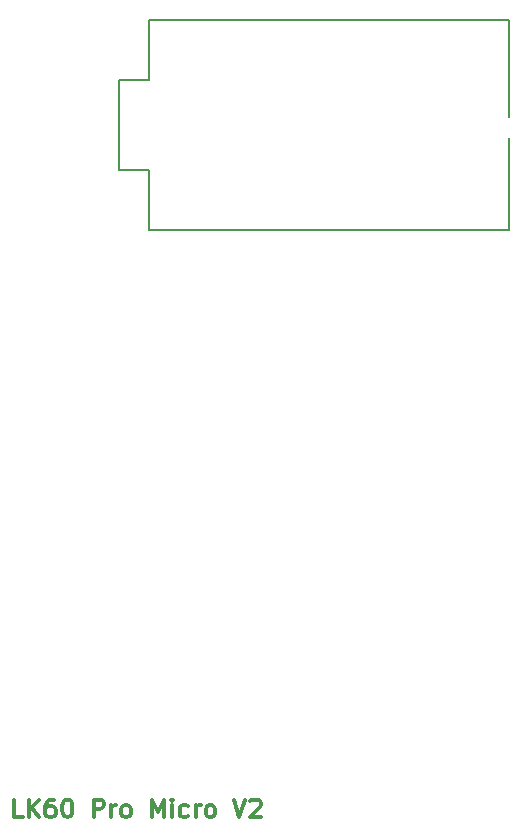
<source format=gto>
G04 #@! TF.GenerationSoftware,KiCad,Pcbnew,(5.1.6)-1*
G04 #@! TF.CreationDate,2021-05-30T03:28:52+07:00*
G04 #@! TF.ProjectId,LK60 v2,4c4b3630-2076-4322-9e6b-696361645f70,rev?*
G04 #@! TF.SameCoordinates,Original*
G04 #@! TF.FileFunction,Legend,Top*
G04 #@! TF.FilePolarity,Positive*
%FSLAX46Y46*%
G04 Gerber Fmt 4.6, Leading zero omitted, Abs format (unit mm)*
G04 Created by KiCad (PCBNEW (5.1.6)-1) date 2021-05-30 03:28:52*
%MOMM*%
%LPD*%
G01*
G04 APERTURE LIST*
%ADD10C,0.300000*%
%ADD11C,0.150000*%
%ADD12O,7.100000X4.100000*%
%ADD13O,1.100000X1.100000*%
%ADD14R,1.100000X1.100000*%
%ADD15C,1.000000*%
%ADD16C,1.700000*%
%ADD17R,1.700000X1.700000*%
%ADD18C,4.087800*%
%ADD19C,1.850000*%
%ADD20C,3.148000*%
%ADD21O,1.700000X1.700000*%
G04 APERTURE END LIST*
D10*
X157453428Y15069428D02*
X156739142Y15069428D01*
X156739142Y16569428D01*
X157953428Y15069428D02*
X157953428Y16569428D01*
X158810571Y15069428D02*
X158167714Y15926571D01*
X158810571Y16569428D02*
X157953428Y15712285D01*
X160096285Y16569428D02*
X159810571Y16569428D01*
X159667714Y16498000D01*
X159596285Y16426571D01*
X159453428Y16212285D01*
X159382000Y15926571D01*
X159382000Y15355142D01*
X159453428Y15212285D01*
X159524857Y15140857D01*
X159667714Y15069428D01*
X159953428Y15069428D01*
X160096285Y15140857D01*
X160167714Y15212285D01*
X160239142Y15355142D01*
X160239142Y15712285D01*
X160167714Y15855142D01*
X160096285Y15926571D01*
X159953428Y15998000D01*
X159667714Y15998000D01*
X159524857Y15926571D01*
X159453428Y15855142D01*
X159382000Y15712285D01*
X161167714Y16569428D02*
X161310571Y16569428D01*
X161453428Y16498000D01*
X161524857Y16426571D01*
X161596285Y16283714D01*
X161667714Y15998000D01*
X161667714Y15640857D01*
X161596285Y15355142D01*
X161524857Y15212285D01*
X161453428Y15140857D01*
X161310571Y15069428D01*
X161167714Y15069428D01*
X161024857Y15140857D01*
X160953428Y15212285D01*
X160882000Y15355142D01*
X160810571Y15640857D01*
X160810571Y15998000D01*
X160882000Y16283714D01*
X160953428Y16426571D01*
X161024857Y16498000D01*
X161167714Y16569428D01*
X163453428Y15069428D02*
X163453428Y16569428D01*
X164024857Y16569428D01*
X164167714Y16498000D01*
X164239142Y16426571D01*
X164310571Y16283714D01*
X164310571Y16069428D01*
X164239142Y15926571D01*
X164167714Y15855142D01*
X164024857Y15783714D01*
X163453428Y15783714D01*
X164953428Y15069428D02*
X164953428Y16069428D01*
X164953428Y15783714D02*
X165024857Y15926571D01*
X165096285Y15998000D01*
X165239142Y16069428D01*
X165382000Y16069428D01*
X166096285Y15069428D02*
X165953428Y15140857D01*
X165882000Y15212285D01*
X165810571Y15355142D01*
X165810571Y15783714D01*
X165882000Y15926571D01*
X165953428Y15998000D01*
X166096285Y16069428D01*
X166310571Y16069428D01*
X166453428Y15998000D01*
X166524857Y15926571D01*
X166596285Y15783714D01*
X166596285Y15355142D01*
X166524857Y15212285D01*
X166453428Y15140857D01*
X166310571Y15069428D01*
X166096285Y15069428D01*
X168382000Y15069428D02*
X168382000Y16569428D01*
X168882000Y15498000D01*
X169382000Y16569428D01*
X169382000Y15069428D01*
X170096285Y15069428D02*
X170096285Y16069428D01*
X170096285Y16569428D02*
X170024857Y16498000D01*
X170096285Y16426571D01*
X170167714Y16498000D01*
X170096285Y16569428D01*
X170096285Y16426571D01*
X171453428Y15140857D02*
X171310571Y15069428D01*
X171024857Y15069428D01*
X170882000Y15140857D01*
X170810571Y15212285D01*
X170739142Y15355142D01*
X170739142Y15783714D01*
X170810571Y15926571D01*
X170882000Y15998000D01*
X171024857Y16069428D01*
X171310571Y16069428D01*
X171453428Y15998000D01*
X172096285Y15069428D02*
X172096285Y16069428D01*
X172096285Y15783714D02*
X172167714Y15926571D01*
X172239142Y15998000D01*
X172382000Y16069428D01*
X172524857Y16069428D01*
X173239142Y15069428D02*
X173096285Y15140857D01*
X173024857Y15212285D01*
X172953428Y15355142D01*
X172953428Y15783714D01*
X173024857Y15926571D01*
X173096285Y15998000D01*
X173239142Y16069428D01*
X173453428Y16069428D01*
X173596285Y15998000D01*
X173667714Y15926571D01*
X173739142Y15783714D01*
X173739142Y15355142D01*
X173667714Y15212285D01*
X173596285Y15140857D01*
X173453428Y15069428D01*
X173239142Y15069428D01*
X175310571Y16569428D02*
X175810571Y15069428D01*
X176310571Y16569428D01*
X176739142Y16426571D02*
X176810571Y16498000D01*
X176953428Y16569428D01*
X177310571Y16569428D01*
X177453428Y16498000D01*
X177524857Y16426571D01*
X177596285Y16283714D01*
X177596285Y16140857D01*
X177524857Y15926571D01*
X176667714Y15069428D01*
X177596285Y15069428D01*
D11*
G04 #@! TO.C,U1*
X198628000Y64770000D02*
X198628000Y82550000D01*
X198628000Y82550000D02*
X168148000Y82550000D01*
X168148000Y82550000D02*
X168148000Y77470000D01*
X168148000Y77470000D02*
X165608000Y77470000D01*
X165608000Y77470000D02*
X165608000Y69850000D01*
X165608000Y69850000D02*
X168148000Y69850000D01*
X168148000Y69850000D02*
X168148000Y64770000D01*
X168148000Y64770000D02*
X198628000Y64770000D01*
G04 #@! TD*
%LPC*%
D12*
G04 #@! TO.C,REF\u002A\u002A*
X284480000Y45212000D03*
G04 #@! TD*
G04 #@! TO.C,REF\u002A\u002A*
X6096000Y45212000D03*
G04 #@! TD*
D13*
G04 #@! TO.C,Pin_header1*
X31496000Y72136000D03*
X30226000Y72136000D03*
X28956000Y72136000D03*
X27686000Y72136000D03*
D14*
X26416000Y72136000D03*
G04 #@! TD*
D15*
G04 #@! TO.C,J1*
X24044000Y97536000D03*
X19644000Y97536000D03*
G04 #@! TD*
D16*
G04 #@! TO.C,U1*
X169418000Y66040000D03*
X171958000Y66040000D03*
X174498000Y66040000D03*
X177038000Y66040000D03*
X179578000Y66040000D03*
X182118000Y66040000D03*
X184658000Y66040000D03*
X187198000Y66040000D03*
X189738000Y66040000D03*
X192278000Y66040000D03*
X194818000Y66040000D03*
X197358000Y66040000D03*
X197358000Y81280000D03*
X194818000Y81280000D03*
X192278000Y81280000D03*
X189738000Y81280000D03*
X187198000Y81280000D03*
X184658000Y81280000D03*
X182118000Y81280000D03*
X179578000Y81280000D03*
X177038000Y81280000D03*
X174498000Y81280000D03*
X171958000Y81280000D03*
D17*
X169418000Y81280000D03*
G04 #@! TD*
D18*
G04 #@! TO.C,KeyMod2*
X252859000Y16256000D03*
D19*
X247779000Y16256000D03*
X257939000Y16256000D03*
G04 #@! TD*
D18*
G04 #@! TO.C,KeyMod1*
X279051000Y35307000D03*
D19*
X273971000Y35307000D03*
X284131000Y35307000D03*
G04 #@! TD*
D18*
G04 #@! TO.C,KeyZ1*
X55212000Y35307000D03*
D19*
X50132000Y35307000D03*
X60292000Y35307000D03*
G04 #@! TD*
D18*
G04 #@! TO.C,KeyY1*
X136175000Y73408000D03*
D19*
X131095000Y73408000D03*
X141255000Y73408000D03*
G04 #@! TD*
D18*
G04 #@! TO.C,KeyX1*
X74262000Y35307000D03*
D19*
X69182000Y35307000D03*
X79342000Y35307000D03*
G04 #@! TD*
D18*
G04 #@! TO.C,KeyWin1U1*
X40924000Y16256000D03*
D19*
X35844000Y16256000D03*
X46004000Y16256000D03*
G04 #@! TD*
D18*
G04 #@! TO.C,KeyWin1*
X38546000Y16256000D03*
D19*
X33466000Y16256000D03*
X43626000Y16256000D03*
G04 #@! TD*
D18*
G04 #@! TO.C,KeyWave1*
X260000000Y92456000D03*
D19*
X254920000Y92456000D03*
X265080000Y92456000D03*
G04 #@! TD*
D18*
G04 #@! TO.C,KeyW1*
X59975000Y73408000D03*
D19*
X54895000Y73408000D03*
X65055000Y73408000D03*
G04 #@! TD*
D18*
G04 #@! TO.C,KeyV1*
X112362000Y35307000D03*
D19*
X107282000Y35307000D03*
X117442000Y35307000D03*
G04 #@! TD*
D18*
G04 #@! TO.C,KeyU1*
X155225000Y73408000D03*
D19*
X150145000Y73408000D03*
X160305000Y73408000D03*
G04 #@! TD*
D18*
G04 #@! TO.C,KeyTitikdua1*
X217128000Y54356000D03*
D19*
X212048000Y54356000D03*
X222208000Y54356000D03*
G04 #@! TD*
D18*
G04 #@! TO.C,KeyTitik1*
X207613000Y35307000D03*
D19*
X202533000Y35307000D03*
X212693000Y35307000D03*
G04 #@! TD*
D18*
G04 #@! TO.C,KeyTanya1*
X226663000Y35307000D03*
D19*
X221583000Y35307000D03*
X231743000Y35307000D03*
G04 #@! TD*
D18*
G04 #@! TO.C,KeyTab1*
X17112000Y73408000D03*
D19*
X12032000Y73408000D03*
X22192000Y73408000D03*
G04 #@! TD*
D18*
G04 #@! TO.C,KeyT1*
X117125000Y73408000D03*
D19*
X112045000Y73408000D03*
X122205000Y73408000D03*
G04 #@! TD*
D18*
G04 #@! TO.C,KeySpace7U1*
X145700000Y16256000D03*
D19*
X140620000Y16256000D03*
X150780000Y16256000D03*
D20*
X88550000Y9271000D03*
X202850000Y9271000D03*
D18*
X88550000Y24511000D03*
X202850000Y24511000D03*
G04 #@! TD*
G04 #@! TO.C,KeySpace6.25*
X133796000Y16256000D03*
D19*
X128716000Y16256000D03*
X138876000Y16256000D03*
D20*
X83796100Y9271000D03*
X183795900Y9271000D03*
D18*
X83796100Y24511000D03*
X183795900Y24511000D03*
G04 #@! TD*
G04 #@! TO.C,KeyS1*
X64696000Y54356000D03*
D19*
X59616000Y54356000D03*
X69776000Y54356000D03*
G04 #@! TD*
D18*
G04 #@! TO.C,KeyRShift2.75U1*
X262382000Y35307000D03*
D19*
X257302000Y35307000D03*
X267462000Y35307000D03*
D20*
X250475750Y42292000D03*
X274288250Y42292000D03*
D18*
X250475750Y27052000D03*
X274288250Y27052000D03*
G04 #@! TD*
G04 #@! TO.C,KeyRShift1*
X252857000Y35307000D03*
D19*
X247777000Y35307000D03*
X257937000Y35307000D03*
G04 #@! TD*
D18*
G04 #@! TO.C,KeyRCtrl1.5U1*
X274290000Y16256000D03*
D19*
X269210000Y16256000D03*
X279370000Y16256000D03*
G04 #@! TD*
D18*
G04 #@! TO.C,KeyRCtrl1*
X276671000Y16256000D03*
D19*
X271591000Y16256000D03*
X281751000Y16256000D03*
G04 #@! TD*
D18*
G04 #@! TO.C,KeyRAlt1.5U1*
X226661000Y16256000D03*
D19*
X221581000Y16256000D03*
X231741000Y16256000D03*
G04 #@! TD*
D18*
G04 #@! TO.C,KeyRAlt1*
X205232000Y16256000D03*
D19*
X200152000Y16256000D03*
X210312000Y16256000D03*
G04 #@! TD*
D18*
G04 #@! TO.C,KeyR]1*
X250480000Y73408000D03*
D19*
X245400000Y73408000D03*
X255560000Y73408000D03*
G04 #@! TD*
D18*
G04 #@! TO.C,KeyR1*
X98075000Y73408000D03*
D19*
X92995000Y73408000D03*
X103155000Y73408000D03*
G04 #@! TD*
D18*
G04 #@! TO.C,KeyQ1*
X40925000Y73408000D03*
D19*
X35845000Y73408000D03*
X46005000Y73408000D03*
G04 #@! TD*
D18*
G04 #@! TO.C,KeyPlus1*
X240950000Y92456000D03*
D19*
X235870000Y92456000D03*
X246030000Y92456000D03*
G04 #@! TD*
D18*
G04 #@! TO.C,KeyPetik1*
X236182000Y54356000D03*
D19*
X231102000Y54356000D03*
X241262000Y54356000D03*
G04 #@! TD*
D18*
G04 #@! TO.C,KeyP1*
X212379000Y73408000D03*
D19*
X207299000Y73408000D03*
X217459000Y73408000D03*
G04 #@! TD*
D18*
G04 #@! TO.C,KeyO1*
X193329000Y73408000D03*
D19*
X188249000Y73408000D03*
X198409000Y73408000D03*
G04 #@! TD*
D18*
G04 #@! TO.C,KeyNo9*
X183800000Y92456000D03*
D19*
X178720000Y92456000D03*
X188880000Y92456000D03*
G04 #@! TD*
D18*
G04 #@! TO.C,KeyNo8*
X164750000Y92456000D03*
D19*
X159670000Y92456000D03*
X169830000Y92456000D03*
G04 #@! TD*
D18*
G04 #@! TO.C,KeyNo7*
X145700000Y92456000D03*
D19*
X140620000Y92456000D03*
X150780000Y92456000D03*
G04 #@! TD*
D18*
G04 #@! TO.C,KeyNo6*
X126650000Y92456000D03*
D19*
X121570000Y92456000D03*
X131730000Y92456000D03*
G04 #@! TD*
D18*
G04 #@! TO.C,KeyNo5*
X107600000Y92456000D03*
D19*
X102520000Y92456000D03*
X112680000Y92456000D03*
G04 #@! TD*
D18*
G04 #@! TO.C,KeyNo4*
X88550000Y92456000D03*
D19*
X83470000Y92456000D03*
X93630000Y92456000D03*
G04 #@! TD*
D18*
G04 #@! TO.C,KeyNo3*
X69500000Y92456000D03*
D19*
X64420000Y92456000D03*
X74580000Y92456000D03*
G04 #@! TD*
D18*
G04 #@! TO.C,KeyNo2*
X50450000Y92456000D03*
D19*
X45370000Y92456000D03*
X55530000Y92456000D03*
G04 #@! TD*
D18*
G04 #@! TO.C,KeyNo1*
X31400000Y92456000D03*
D19*
X36480000Y92456000D03*
X26320000Y92456000D03*
G04 #@! TD*
D18*
G04 #@! TO.C,KeyNo0*
X202850000Y92456000D03*
D19*
X197770000Y92456000D03*
X207930000Y92456000D03*
G04 #@! TD*
D18*
G04 #@! TO.C,KeyN1*
X150463000Y35307000D03*
D19*
X145383000Y35307000D03*
X155543000Y35307000D03*
G04 #@! TD*
D18*
G04 #@! TO.C,KeyMinus1*
X221900000Y92456000D03*
D19*
X216820000Y92456000D03*
X226980000Y92456000D03*
G04 #@! TD*
D18*
G04 #@! TO.C,KeyMenu1U1*
X250476000Y16256000D03*
D19*
X245396000Y16256000D03*
X255556000Y16256000D03*
G04 #@! TD*
D18*
G04 #@! TO.C,KeyMenu1*
X229046000Y16256000D03*
D19*
X223966000Y16256000D03*
X234126000Y16256000D03*
G04 #@! TD*
D18*
G04 #@! TO.C,KeyM1*
X169513000Y35307000D03*
D19*
X164433000Y35307000D03*
X174593000Y35307000D03*
G04 #@! TD*
D18*
G04 #@! TO.C,KeyLShift1*
X24256000Y35307000D03*
D19*
X19176000Y35307000D03*
X29336000Y35307000D03*
D20*
X12349750Y42292000D03*
X36162250Y42292000D03*
D18*
X12349750Y27052000D03*
X36162250Y27052000D03*
G04 #@! TD*
G04 #@! TO.C,KeyLCtrl1.5U1*
X17112500Y16256000D03*
D19*
X12032500Y16256000D03*
X22192500Y16256000D03*
G04 #@! TD*
D18*
G04 #@! TO.C,KeyLCtrl1*
X14732000Y16256000D03*
D19*
X9652000Y16256000D03*
X19812000Y16256000D03*
G04 #@! TD*
D18*
G04 #@! TO.C,KeyLAlt1U1*
X64739000Y16256000D03*
D19*
X59659000Y16256000D03*
X69819000Y16256000D03*
G04 #@! TD*
D18*
G04 #@! TO.C,KeyLAlt1*
X62356000Y16256000D03*
D19*
X57276000Y16256000D03*
X67436000Y16256000D03*
G04 #@! TD*
D18*
G04 #@! TO.C,KeyL[1*
X231430000Y73408000D03*
D19*
X226350000Y73408000D03*
X236510000Y73408000D03*
G04 #@! TD*
D18*
G04 #@! TO.C,KeyL1*
X198074000Y54356000D03*
D19*
X192994000Y54356000D03*
X203154000Y54356000D03*
G04 #@! TD*
D18*
G04 #@! TO.C,KeyKoma1*
X188563000Y35307000D03*
D19*
X183483000Y35307000D03*
X193643000Y35307000D03*
G04 #@! TD*
D18*
G04 #@! TO.C,KeyK1*
X179020000Y54356000D03*
D19*
X173940000Y54356000D03*
X184100000Y54356000D03*
G04 #@! TD*
D18*
G04 #@! TO.C,KeyJ1*
X159966000Y54356000D03*
D19*
X154886000Y54356000D03*
X165046000Y54356000D03*
G04 #@! TD*
D18*
G04 #@! TO.C,KeyI1*
X174279000Y73408000D03*
D19*
X169199000Y73408000D03*
X179359000Y73408000D03*
G04 #@! TD*
D18*
G04 #@! TO.C,KeyH1*
X140912000Y54356000D03*
D19*
X135832000Y54356000D03*
X145992000Y54356000D03*
G04 #@! TD*
D18*
G04 #@! TO.C,KeyG1*
X121858000Y54356000D03*
D19*
X116778000Y54356000D03*
X126938000Y54356000D03*
G04 #@! TD*
D18*
G04 #@! TO.C,KeyF1*
X102804000Y54356000D03*
D19*
X97724000Y54356000D03*
X107884000Y54356000D03*
G04 #@! TD*
D18*
G04 #@! TO.C,KeyEsc1*
X12350000Y92456000D03*
D19*
X17430000Y92456000D03*
X7270000Y92456000D03*
G04 #@! TD*
D18*
G04 #@! TO.C,KeyEnter1*
X267139000Y54356000D03*
D19*
X262059000Y54356000D03*
X272219000Y54356000D03*
D20*
X255232750Y47371000D03*
X279045250Y47371000D03*
D18*
X255232750Y62611000D03*
X279045250Y62611000D03*
G04 #@! TD*
G04 #@! TO.C,KeyE1*
X79025000Y73408000D03*
D19*
X73945000Y73408000D03*
X84105000Y73408000D03*
G04 #@! TD*
D18*
G04 #@! TO.C,KeyDBackslas1*
X274293000Y73408000D03*
D19*
X269213000Y73408000D03*
X279373000Y73408000D03*
G04 #@! TD*
D18*
G04 #@! TO.C,KeyD1*
X83750000Y54356000D03*
D19*
X78670000Y54356000D03*
X88830000Y54356000D03*
G04 #@! TD*
D18*
G04 #@! TO.C,KeyCaps1*
X19493750Y54356000D03*
D19*
X14413750Y54356000D03*
X24573750Y54356000D03*
G04 #@! TD*
D18*
G04 #@! TO.C,KeyC1*
X93312000Y35307000D03*
D19*
X88232000Y35307000D03*
X98392000Y35307000D03*
G04 #@! TD*
D18*
G04 #@! TO.C,KeyBS1*
X269524000Y92456000D03*
D19*
X264444000Y92456000D03*
X274604000Y92456000D03*
D20*
X257617750Y99441000D03*
X281430250Y99441000D03*
D18*
X257617750Y84201000D03*
X281430250Y84201000D03*
G04 #@! TD*
G04 #@! TO.C,KeyBackSlash1*
X279050000Y92456000D03*
D19*
X273970000Y92456000D03*
X284130000Y92456000D03*
G04 #@! TD*
D18*
G04 #@! TO.C,KeyB1*
X131412000Y35307000D03*
D19*
X126332000Y35307000D03*
X136492000Y35307000D03*
G04 #@! TD*
D18*
G04 #@! TO.C,KeyA1*
X45645000Y54356000D03*
D19*
X40565000Y54356000D03*
X50725000Y54356000D03*
G04 #@! TD*
D21*
G04 #@! TO.C,D63*
X265684000Y21336000D03*
D17*
X265684000Y13716000D03*
G04 #@! TD*
D21*
G04 #@! TO.C,D62*
X261620000Y21336000D03*
D17*
X261620000Y13716000D03*
G04 #@! TD*
D21*
G04 #@! TO.C,D61*
X237744000Y21336000D03*
D17*
X237744000Y13716000D03*
G04 #@! TD*
D21*
G04 #@! TO.C,D60*
X213868000Y21336000D03*
D17*
X213868000Y13716000D03*
G04 #@! TD*
D21*
G04 #@! TO.C,D59*
X124460000Y11684000D03*
D17*
X124460000Y19304000D03*
G04 #@! TD*
D21*
G04 #@! TO.C,D58*
X73152000Y21336000D03*
D17*
X73152000Y13716000D03*
G04 #@! TD*
D21*
G04 #@! TO.C,D57*
X49276000Y21336000D03*
D17*
X49276000Y13716000D03*
G04 #@! TD*
D21*
G04 #@! TO.C,D56*
X25400000Y21336000D03*
D17*
X25400000Y13716000D03*
G04 #@! TD*
D21*
G04 #@! TO.C,D55*
X270764000Y40132000D03*
D17*
X270764000Y32512000D03*
G04 #@! TD*
D21*
G04 #@! TO.C,D54*
X243840000Y40640000D03*
D17*
X243840000Y33020000D03*
G04 #@! TD*
D21*
G04 #@! TO.C,D53*
X235204000Y40640000D03*
D17*
X235204000Y33020000D03*
G04 #@! TD*
D21*
G04 #@! TO.C,D52*
X215900000Y40640000D03*
D17*
X215900000Y33020000D03*
G04 #@! TD*
D21*
G04 #@! TO.C,D51*
X197104000Y40132000D03*
D17*
X197104000Y32512000D03*
G04 #@! TD*
D21*
G04 #@! TO.C,D50*
X177800000Y40640000D03*
D17*
X177800000Y33020000D03*
G04 #@! TD*
D21*
G04 #@! TO.C,D49*
X159004000Y40640000D03*
D17*
X159004000Y33020000D03*
G04 #@! TD*
D21*
G04 #@! TO.C,D48*
X139700000Y40640000D03*
D17*
X139700000Y33020000D03*
G04 #@! TD*
D21*
G04 #@! TO.C,D47*
X120904000Y40640000D03*
D17*
X120904000Y33020000D03*
G04 #@! TD*
D21*
G04 #@! TO.C,D46*
X101600000Y40640000D03*
D17*
X101600000Y33020000D03*
G04 #@! TD*
D21*
G04 #@! TO.C,D45*
X82804000Y40640000D03*
D17*
X82804000Y33020000D03*
G04 #@! TD*
D21*
G04 #@! TO.C,D44*
X63500000Y40640000D03*
D17*
X63500000Y33020000D03*
G04 #@! TD*
D21*
G04 #@! TO.C,D43*
X32512000Y40640000D03*
D17*
X32512000Y33020000D03*
G04 #@! TD*
D21*
G04 #@! TO.C,D42*
X258572000Y59944000D03*
D17*
X258572000Y52324000D03*
G04 #@! TD*
D21*
G04 #@! TO.C,D41*
X244856000Y59436000D03*
D17*
X244856000Y51816000D03*
G04 #@! TD*
D21*
G04 #@! TO.C,D40*
X225552000Y59436000D03*
D17*
X225552000Y51816000D03*
G04 #@! TD*
D21*
G04 #@! TO.C,D39*
X206756000Y59436000D03*
D17*
X206756000Y51816000D03*
G04 #@! TD*
D21*
G04 #@! TO.C,D38*
X187452000Y59436000D03*
D17*
X187452000Y51816000D03*
G04 #@! TD*
D21*
G04 #@! TO.C,D37*
X168656000Y59436000D03*
D17*
X168656000Y51816000D03*
G04 #@! TD*
D21*
G04 #@! TO.C,D36*
X149352000Y59436000D03*
D17*
X149352000Y51816000D03*
G04 #@! TD*
D21*
G04 #@! TO.C,D35*
X130556000Y59436000D03*
D17*
X130556000Y51816000D03*
G04 #@! TD*
D21*
G04 #@! TO.C,D34*
X111252000Y59436000D03*
D17*
X111252000Y51816000D03*
G04 #@! TD*
D21*
G04 #@! TO.C,D33*
X92456000Y59436000D03*
D17*
X92456000Y51816000D03*
G04 #@! TD*
D21*
G04 #@! TO.C,D32*
X73152000Y59436000D03*
D17*
X73152000Y51816000D03*
G04 #@! TD*
D21*
G04 #@! TO.C,D31*
X54356000Y59436000D03*
D17*
X54356000Y51816000D03*
G04 #@! TD*
D21*
G04 #@! TO.C,D30*
X27940000Y59436000D03*
D17*
X27940000Y51816000D03*
G04 #@! TD*
D21*
G04 #@! TO.C,D29*
X274828000Y65024000D03*
D17*
X267208000Y65024000D03*
G04 #@! TD*
D21*
G04 #@! TO.C,D28*
X251968000Y65024000D03*
D17*
X244348000Y65024000D03*
G04 #@! TD*
D21*
G04 #@! TO.C,D27*
X239776000Y78740000D03*
D17*
X239776000Y71120000D03*
G04 #@! TD*
D21*
G04 #@! TO.C,D26*
X220980000Y78740000D03*
D17*
X220980000Y71120000D03*
G04 #@! TD*
D21*
G04 #@! TO.C,D25*
X201676000Y78232000D03*
D17*
X201676000Y70612000D03*
G04 #@! TD*
D21*
G04 #@! TO.C,D24*
X182880000Y78232000D03*
D17*
X182880000Y70612000D03*
G04 #@! TD*
D21*
G04 #@! TO.C,D23*
X163576000Y78232000D03*
D17*
X163576000Y70612000D03*
G04 #@! TD*
D21*
G04 #@! TO.C,D22*
X144780000Y78740000D03*
D17*
X144780000Y71120000D03*
G04 #@! TD*
D21*
G04 #@! TO.C,D21*
X125476000Y78740000D03*
D17*
X125476000Y71120000D03*
G04 #@! TD*
D21*
G04 #@! TO.C,D20*
X106680000Y78232000D03*
D17*
X106680000Y70612000D03*
G04 #@! TD*
D21*
G04 #@! TO.C,D19*
X87376000Y78232000D03*
D17*
X87376000Y70612000D03*
G04 #@! TD*
D21*
G04 #@! TO.C,D18*
X68580000Y78232000D03*
D17*
X68580000Y70612000D03*
G04 #@! TD*
D21*
G04 #@! TO.C,D17*
X49276000Y78740000D03*
D17*
X49276000Y71120000D03*
G04 #@! TD*
D21*
G04 #@! TO.C,D16*
X8636000Y78740000D03*
D17*
X8636000Y71120000D03*
G04 #@! TD*
D21*
G04 #@! TO.C,D15*
X265684000Y84328000D03*
D17*
X265684000Y76708000D03*
G04 #@! TD*
D21*
G04 #@! TO.C,D14*
X262128000Y84328000D03*
D17*
X262128000Y76708000D03*
G04 #@! TD*
D21*
G04 #@! TO.C,D13*
X249428000Y97536000D03*
D17*
X249428000Y89916000D03*
G04 #@! TD*
D21*
G04 #@! TO.C,D12*
X230632000Y97536000D03*
D17*
X230632000Y89916000D03*
G04 #@! TD*
D21*
G04 #@! TO.C,D11*
X211328000Y97536000D03*
D17*
X211328000Y89916000D03*
G04 #@! TD*
D21*
G04 #@! TO.C,D10*
X192024000Y97536000D03*
D17*
X192024000Y89916000D03*
G04 #@! TD*
D21*
G04 #@! TO.C,D9*
X173228000Y97536000D03*
D17*
X173228000Y89916000D03*
G04 #@! TD*
D21*
G04 #@! TO.C,D8*
X153924000Y97536000D03*
D17*
X153924000Y89916000D03*
G04 #@! TD*
D21*
G04 #@! TO.C,D7*
X135128000Y97536000D03*
D17*
X135128000Y89916000D03*
G04 #@! TD*
D21*
G04 #@! TO.C,D6*
X115824000Y97536000D03*
D17*
X115824000Y89916000D03*
G04 #@! TD*
D21*
G04 #@! TO.C,D5*
X97028000Y97536000D03*
D17*
X97028000Y89916000D03*
G04 #@! TD*
D21*
G04 #@! TO.C,D4*
X77724000Y97536000D03*
D17*
X77724000Y89916000D03*
G04 #@! TD*
D21*
G04 #@! TO.C,D3*
X58928000Y97536000D03*
D17*
X58928000Y89916000D03*
G04 #@! TD*
D21*
G04 #@! TO.C,D2*
X36068000Y84328000D03*
D17*
X28448000Y84328000D03*
G04 #@! TD*
D21*
G04 #@! TO.C,D1*
X9652000Y84328000D03*
D17*
X17272000Y84328000D03*
G04 #@! TD*
M02*

</source>
